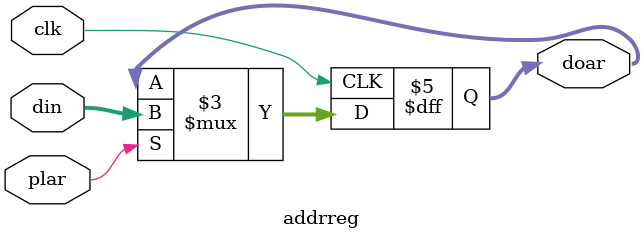
<source format=sv>
module addrreg(din,plar,clk,doar);
  input [7:0] din;
  input plar,clk;
  output reg [7:0] doar;
  
  always @(posedge clk)
    if(plar)
      doar=din;
  
endmodule
</source>
